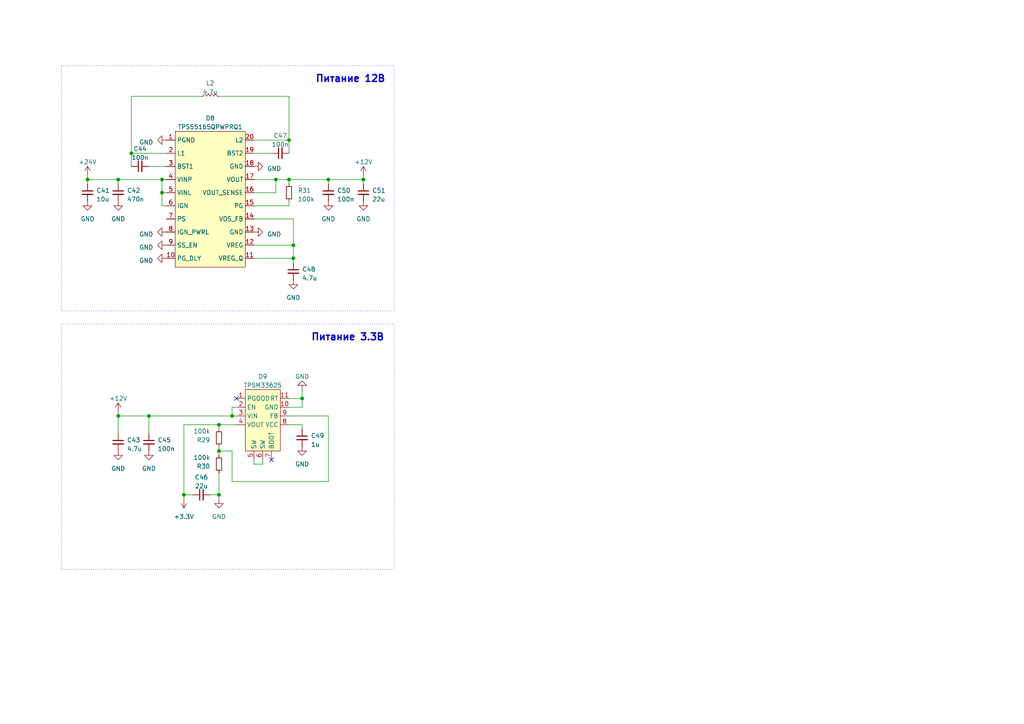
<source format=kicad_sch>
(kicad_sch (version 20230121) (generator eeschema)
  (paper "A4")
  (lib_symbols
    (symbol "Connverter_DCDC_My:TPS55165QPWPRQ1"
      (property "Reference" "D" (at 0 2.54 0))
      (property "Value" "TPS55165QPWPRQ1" (at 0 0 0))
      (symbol "TPS55165QPWPRQ1_1_1"
        (rectangle (start -10.16 -1.27) (end 10.16 -40.64) (fill (type background)))
        (pin input line (at -12.7 -3.81 0) (length 2.54) (name "PGND") (number "1"))
        (pin input line (at -12.7 -38.1 0) (length 2.54) (name "PG_DLY") (number "10"))
        (pin input line (at 12.7 -38.1 180) (length 2.54) (name "VREG_Q") (number "11"))
        (pin input line (at 12.7 -34.29 180) (length 2.54) (name "VREG") (number "12"))
        (pin input line (at 12.7 -30.48 180) (length 2.54) (name "GND") (number "13"))
        (pin input line (at 12.7 -26.67 180) (length 2.54) (name "VOS_FB") (number "14"))
        (pin input line (at 12.7 -22.86 180) (length 2.54) (name "PG") (number "15"))
        (pin input line (at 12.7 -19.05 180) (length 2.54) (name "VOUT_SENSE") (number "16"))
        (pin input line (at 12.7 -15.24 180) (length 2.54) (name "VOUT") (number "17"))
        (pin input line (at 12.7 -11.43 180) (length 2.54) (name "GND") (number "18"))
        (pin input line (at 12.7 -7.62 180) (length 2.54) (name "BST2") (number "19"))
        (pin input line (at -12.7 -7.62 0) (length 2.54) (name "L1") (number "2"))
        (pin input line (at 12.7 -3.81 180) (length 2.54) (name "L2") (number "20"))
        (pin input line (at -12.7 -11.43 0) (length 2.54) (name "BST1") (number "3"))
        (pin input line (at -12.7 -15.24 0) (length 2.54) (name "VINP") (number "4"))
        (pin input line (at -12.7 -19.05 0) (length 2.54) (name "VINL") (number "5"))
        (pin input line (at -12.7 -22.86 0) (length 2.54) (name "IGN") (number "6"))
        (pin input line (at -12.7 -26.67 0) (length 2.54) (name "PS") (number "7"))
        (pin input line (at -12.7 -30.48 0) (length 2.54) (name "IGN_PWRL") (number "8"))
        (pin input line (at -12.7 -34.29 0) (length 2.54) (name "SS_EN") (number "9"))
      )
    )
    (symbol "Connverter_DCDC_My:TPSM33625"
      (property "Reference" "D" (at 0 5.08 0))
      (property "Value" "TPSM33625" (at 0 2.54 0))
      (symbol "TPSM33625_1_1"
        (rectangle (start -5.08 0) (end 5.08 -17.78) (fill (type background)))
        (pin input line (at -7.62 -2.54 0) (length 2.54) (name "PGOOD") (number "1"))
        (pin input line (at 7.62 -5.08 180) (length 2.54) (name "GND") (number "10"))
        (pin input line (at 7.62 -2.54 180) (length 2.54) (name "RT") (number "11"))
        (pin input line (at -7.62 -5.08 0) (length 2.54) (name "EN") (number "2"))
        (pin input line (at -7.62 -7.62 0) (length 2.54) (name "VIN") (number "3"))
        (pin input line (at -7.62 -10.16 0) (length 2.54) (name "VOUT") (number "4"))
        (pin input line (at -2.54 -20.32 90) (length 2.54) (name "SW") (number "5"))
        (pin input line (at 0 -20.32 90) (length 2.54) (name "SW") (number "6"))
        (pin input line (at 2.54 -20.32 90) (length 2.54) (name "BOOT") (number "7"))
        (pin input line (at 7.62 -10.16 180) (length 2.54) (name "VCC") (number "8"))
        (pin input line (at 7.62 -7.62 180) (length 2.54) (name "FB") (number "9"))
      )
    )
    (symbol "Device:C_Small" (pin_numbers hide) (pin_names (offset 0.254) hide)
      (property "Reference" "C" (at 0.254 1.778 0))
      (property "Value" "C_Small" (at 0.254 -2.032 0))
      (symbol "C_Small_0_1"
        (polyline (pts (xy -1.524 -0.508) (xy 1.524 -0.508)) (stroke (width 0.3302)))
        (polyline (pts (xy -1.524 0.508) (xy 1.524 0.508)) (stroke (width 0.3048)))
      )
      (symbol "C_Small_1_1"
        (pin passive line (at 0 2.54 270) (length 2.032) (name "~") (number "1"))
        (pin passive line (at 0 -2.54 90) (length 2.032) (name "~") (number "2"))
      )
    )
    (symbol "Device:L_Small" (pin_numbers hide) (pin_names (offset 0.254) hide)
      (property "Reference" "L" (at 0.762 1.016 0))
      (property "Value" "L_Small" (at 0.762 -1.016 0))
      (symbol "L_Small_0_1"
        (arc (start 0 -2.032) (mid 0.5058 -1.524) (end 0 -1.016))
        (arc (start 0 -1.016) (mid 0.5058 -0.508) (end 0 0))
        (arc (start 0 0) (mid 0.5058 0.508) (end 0 1.016))
        (arc (start 0 1.016) (mid 0.5058 1.524) (end 0 2.032))
      )
      (symbol "L_Small_1_1"
        (pin passive line (at 0 2.54 270) (length 0.508) (name "~") (number "1"))
        (pin passive line (at 0 -2.54 90) (length 0.508) (name "~") (number "2"))
      )
    )
    (symbol "Device:R_Small" (pin_numbers hide) (pin_names (offset 0.254) hide)
      (property "Reference" "R" (at 0.762 0.508 0))
      (property "Value" "R_Small" (at 0.762 -1.016 0))
      (symbol "R_Small_0_1"
        (rectangle (start -0.762 1.778) (end 0.762 -1.778) (stroke (width 0.2032)))
      )
      (symbol "R_Small_1_1"
        (pin passive line (at 0 2.54 270) (length 0.762) (name "~") (number "1"))
        (pin passive line (at 0 -2.54 90) (length 0.762) (name "~") (number "2"))
      )
    )
    (symbol "power:+12V" (power) (pin_names (offset 0))
      (property "Value" "+12V" (at 0 3.556 0))
      (symbol "+12V_0_1"
        (polyline (pts (xy -0.762 1.27) (xy 0 2.54)))
        (polyline (pts (xy 0 0) (xy 0 2.54)))
        (polyline (pts (xy 0 2.54) (xy 0.762 1.27)))
      )
      (symbol "+12V_1_1"
        (pin power_in line (at 0 0 90) (length 0) hide (name "+12V") (number "1"))
      )
    )
    (symbol "power:+24V" (power) (pin_names (offset 0))
      (property "Value" "+24V" (at 0 3.556 0))
      (symbol "+24V_0_1"
        (polyline (pts (xy -0.762 1.27) (xy 0 2.54)))
        (polyline (pts (xy 0 0) (xy 0 2.54)))
        (polyline (pts (xy 0 2.54) (xy 0.762 1.27)))
      )
      (symbol "+24V_1_1"
        (pin power_in line (at 0 0 90) (length 0) hide (name "+24V") (number "1"))
      )
    )
    (symbol "power:+3.3V" (power) (pin_names (offset 0))
      (property "Value" "+3.3V" (at 0 3.556 0))
      (symbol "+3.3V_0_1"
        (polyline (pts (xy -0.762 1.27) (xy 0 2.54)))
        (polyline (pts (xy 0 0) (xy 0 2.54)))
        (polyline (pts (xy 0 2.54) (xy 0.762 1.27)))
      )
      (symbol "+3.3V_1_1"
        (pin power_in line (at 0 0 90) (length 0) hide (name "+3.3V") (number "1"))
      )
    )
    (symbol "power:GND" (power) (pin_names (offset 0))
      (property "Value" "GND" (at 0 -3.81 0))
      (symbol "GND_0_1"
        (polyline (pts (xy 0 0) (xy 0 -1.27) (xy 1.27 -1.27) (xy 0 -2.54) (xy -1.27 -1.27) (xy 0 -1.27)))
      )
      (symbol "GND_1_1"
        (pin power_in line (at 0 0 270) (length 0) hide (name "GND") (number "1"))
      )
    )
  )
  (junction (at 43.18 120.65))
  (junction (at 38.1 44.45))
  (junction (at 63.5 123.19))
  (junction (at 85.09 74.93))
  (junction (at 46.99 55.88))
  (junction (at 63.5 143.51))
  (junction (at 80.01 52.07))
  (junction (at 83.82 52.07))
  (junction (at 34.29 52.07))
  (junction (at 67.31 120.65))
  (junction (at 83.82 40.64))
  (junction (at 87.63 115.57))
  (junction (at 85.09 71.12))
  (junction (at 95.25 52.07))
  (junction (at 63.5 130.81))
  (junction (at 34.29 120.65))
  (junction (at 105.41 52.07))
  (junction (at 53.34 143.51))
  (junction (at 46.99 52.07))
  (junction (at 25.4 52.07))
  (no_connect (at 78.74 133.35))
  (no_connect (at 68.58 115.57))
  (wire (pts (xy 63.5 143.51) (xy 63.5 144.78)))
  (wire (pts (xy 43.18 125.73) (xy 43.18 120.65)))
  (wire (pts (xy 73.66 63.5) (xy 85.09 63.5)))
  (wire (pts (xy 43.18 120.65) (xy 67.31 120.65)))
  (wire (pts (xy 73.66 55.88) (xy 80.01 55.88)))
  (wire (pts (xy 87.63 115.57) (xy 87.63 113.03)))
  (wire (pts (xy 83.82 118.11) (xy 87.63 118.11)))
  (wire (pts (xy 67.31 118.11) (xy 67.31 120.65)))
  (wire (pts (xy 46.99 59.69) (xy 48.26 59.69)))
  (wire (pts (xy 73.66 134.62) (xy 76.2 134.62)))
  (wire (pts (xy 76.2 133.35) (xy 76.2 134.62)))
  (wire (pts (xy 38.1 44.45) (xy 38.1 48.26)))
  (wire (pts (xy 67.31 118.11) (xy 68.58 118.11)))
  (wire (pts (xy 63.5 137.16) (xy 63.5 143.51)))
  (wire (pts (xy 105.41 50.8) (xy 105.41 52.07)))
  (wire (pts (xy 25.4 50.8) (xy 25.4 52.07)))
  (wire (pts (xy 46.99 55.88) (xy 46.99 59.69)))
  (wire (pts (xy 105.41 52.07) (xy 95.25 52.07)))
  (wire (pts (xy 53.34 123.19) (xy 63.5 123.19)))
  (wire (pts (xy 85.09 71.12) (xy 85.09 74.93)))
  (wire (pts (xy 73.66 40.64) (xy 83.82 40.64)))
  (wire (pts (xy 83.82 120.65) (xy 95.25 120.65)))
  (wire (pts (xy 83.82 123.19) (xy 87.63 123.19)))
  (wire (pts (xy 53.34 143.51) (xy 53.34 123.19)))
  (wire (pts (xy 34.29 125.73) (xy 34.29 120.65)))
  (wire (pts (xy 73.66 52.07) (xy 80.01 52.07)))
  (wire (pts (xy 73.66 133.35) (xy 73.66 134.62)))
  (wire (pts (xy 53.34 144.78) (xy 53.34 143.51)))
  (wire (pts (xy 63.5 123.19) (xy 63.5 124.46)))
  (wire (pts (xy 68.58 123.19) (xy 63.5 123.19)))
  (wire (pts (xy 85.09 74.93) (xy 85.09 76.2)))
  (wire (pts (xy 73.66 44.45) (xy 78.74 44.45)))
  (wire (pts (xy 60.96 143.51) (xy 63.5 143.51)))
  (wire (pts (xy 34.29 120.65) (xy 43.18 120.65)))
  (wire (pts (xy 34.29 52.07) (xy 46.99 52.07)))
  (wire (pts (xy 63.5 129.54) (xy 63.5 130.81)))
  (wire (pts (xy 53.34 143.51) (xy 55.88 143.51)))
  (wire (pts (xy 80.01 52.07) (xy 83.82 52.07)))
  (wire (pts (xy 73.66 71.12) (xy 85.09 71.12)))
  (wire (pts (xy 34.29 119.38) (xy 34.29 120.65)))
  (wire (pts (xy 46.99 55.88) (xy 48.26 55.88)))
  (wire (pts (xy 67.31 130.81) (xy 63.5 130.81)))
  (wire (pts (xy 85.09 63.5) (xy 85.09 71.12)))
  (wire (pts (xy 83.82 52.07) (xy 83.82 53.34)))
  (wire (pts (xy 48.26 52.07) (xy 46.99 52.07)))
  (wire (pts (xy 67.31 139.7) (xy 67.31 130.81)))
  (wire (pts (xy 67.31 120.65) (xy 68.58 120.65)))
  (wire (pts (xy 48.26 44.45) (xy 38.1 44.45)))
  (wire (pts (xy 95.25 53.34) (xy 95.25 52.07)))
  (wire (pts (xy 87.63 123.19) (xy 87.63 124.46)))
  (wire (pts (xy 43.18 48.26) (xy 48.26 48.26)))
  (wire (pts (xy 95.25 139.7) (xy 67.31 139.7)))
  (wire (pts (xy 25.4 52.07) (xy 34.29 52.07)))
  (wire (pts (xy 46.99 52.07) (xy 46.99 55.88)))
  (wire (pts (xy 34.29 53.34) (xy 34.29 52.07)))
  (wire (pts (xy 95.25 120.65) (xy 95.25 139.7)))
  (wire (pts (xy 63.5 130.81) (xy 63.5 132.08)))
  (wire (pts (xy 87.63 118.11) (xy 87.63 115.57)))
  (wire (pts (xy 95.25 52.07) (xy 83.82 52.07)))
  (wire (pts (xy 83.82 115.57) (xy 87.63 115.57)))
  (wire (pts (xy 63.5 27.94) (xy 83.82 27.94)))
  (wire (pts (xy 25.4 53.34) (xy 25.4 52.07)))
  (wire (pts (xy 105.41 53.34) (xy 105.41 52.07)))
  (wire (pts (xy 83.82 27.94) (xy 83.82 40.64)))
  (wire (pts (xy 38.1 27.94) (xy 38.1 44.45)))
  (wire (pts (xy 83.82 59.69) (xy 83.82 58.42)))
  (wire (pts (xy 83.82 40.64) (xy 83.82 44.45)))
  (wire (pts (xy 58.42 27.94) (xy 38.1 27.94)))
  (wire (pts (xy 73.66 59.69) (xy 83.82 59.69)))
  (wire (pts (xy 80.01 55.88) (xy 80.01 52.07)))
  (wire (pts (xy 73.66 74.93) (xy 85.09 74.93)))
  (rectangle (start 17.78 19.05) (end 114.3 90.17) (stroke (width 0) (type dot)))
  (rectangle (start 17.78 93.98) (end 114.3 165.1) (stroke (width 0) (type dot)))
  (text "Питание 3.3В" (at 90.17 99.06 0) (effects (font (size 2 2) (thickness 0.4) bold) (justify left bottom)))
  (text "Питание 12В" (at 91.44 24.13 0) (effects (font (size 2 2) (thickness 0.4) bold) (justify left bottom)))
  (symbol (lib_id "power:+24V") (at 25.4 50.8 0) (unit 1)
    (property "Reference" "#PWR079" (effects hide))
    (property "Value" "+24V" (at 25.4 46.99 0))
  )
  (symbol (lib_id "power:GND") (at 48.26 67.31 270) (unit 1)
    (property "Reference" "#PWR086" (effects hide))
    (property "Value" "GND" (at 44.45 67.945 90) (effects (justify right)))
  )
  (symbol (lib_id "power:GND") (at 25.4 58.42 0) (unit 1)
    (property "Reference" "#PWR080" (effects hide))
    (property "Value" "GND" (at 25.4 63.5 0))
  )
  (symbol (lib_id "power:+3.3V") (at 53.34 144.78 180) (unit 1)
    (property "Reference" "#PWR089" (effects hide))
    (property "Value" "+3.3V" (at 53.34 149.86 0))
  )
  (symbol (lib_id "power:GND") (at 34.29 130.81 0) (unit 1)
    (property "Reference" "#PWR083" (effects hide))
    (property "Value" "GND" (at 34.29 135.89 0))
  )
  (symbol (lib_id "power:GND") (at 87.63 113.03 180) (unit 1)
    (property "Reference" "#PWR094" (effects hide))
    (property "Value" "GND" (at 87.63 109.22 0))
  )
  (symbol (lib_id "power:GND") (at 73.66 67.31 90) (unit 1)
    (property "Reference" "#PWR092" (effects hide))
    (property "Value" "GND" (at 77.47 67.945 90) (effects (justify right)))
  )
  (symbol (lib_id "Device:R_Small") (at 63.5 134.62 180) (unit 1)
    (property "Reference" "R30" (at 60.96 135.255 0) (effects (justify left)))
    (property "Value" "100k" (at 60.96 132.715 0) (effects (justify left)))
    (property "Footprint" "Resistor_SMD:R_0603_1608Metric_Pad0.98x0.95mm_HandSolder" (effects hide))
  )
  (symbol (lib_id "Device:C_Small") (at 25.4 55.88 0) (unit 1)
    (property "Reference" "C41" (at 27.94 55.2513 0) (effects (justify left)))
    (property "Value" "10u" (at 27.94 57.7913 0) (effects (justify left)))
    (property "Footprint" "Capacitor_SMD:C_1210_3225Metric_Pad1.33x2.70mm_HandSolder" (effects hide))
  )
  (symbol (lib_id "Device:R_Small") (at 63.5 127 180) (unit 1)
    (property "Reference" "R29" (at 60.96 127.635 0) (effects (justify left)))
    (property "Value" "100k" (at 60.96 125.095 0) (effects (justify left)))
    (property "Footprint" "Resistor_SMD:R_0603_1608Metric_Pad0.98x0.95mm_HandSolder" (effects hide))
  )
  (symbol (lib_id "Device:C_Small") (at 34.29 128.27 0) (unit 1)
    (property "Reference" "C43" (at 36.83 127.6413 0) (effects (justify left)))
    (property "Value" "4.7u" (at 36.83 130.1813 0) (effects (justify left)))
    (property "Footprint" "Capacitor_SMD:C_0805_2012Metric_Pad1.18x1.45mm_HandSolder" (effects hide))
  )
  (symbol (lib_id "power:GND") (at 105.41 58.42 0) (unit 1)
    (property "Reference" "#PWR098" (effects hide))
    (property "Value" "GND" (at 105.41 63.5 0))
  )
  (symbol (lib_id "Device:C_Small") (at 85.09 78.74 0) (unit 1)
    (property "Reference" "C48" (at 87.63 78.1113 0) (effects (justify left)))
    (property "Value" "4.7u" (at 87.63 80.6513 0) (effects (justify left)))
    (property "Footprint" "Capacitor_SMD:C_0805_2012Metric_Pad1.18x1.45mm_HandSolder" (effects hide))
  )
  (symbol (lib_id "power:GND") (at 95.25 58.42 0) (unit 1)
    (property "Reference" "#PWR096" (effects hide))
    (property "Value" "GND" (at 95.25 63.5 0))
  )
  (symbol (lib_id "Device:C_Small") (at 40.64 48.26 90) (unit 1)
    (property "Reference" "C44" (at 40.6463 43.18 90))
    (property "Value" "100n" (at 40.6463 45.72 90))
    (property "Footprint" "Capacitor_SMD:C_0603_1608Metric_Pad1.08x0.95mm_HandSolder" (effects hide))
  )
  (symbol (lib_id "Connverter_DCDC_My:TPS55165QPWPRQ1") (at 60.96 36.83 0) (unit 1)
    (property "Reference" "D8" (at 60.96 34.29 0))
    (property "Value" "TPS55165QPWPRQ1" (at 60.96 36.83 0))
    (property "Footprint" "Package_SO:HTSSOP-20-1EP_4.4x6.5mm_P0.65mm_EP3.4x6.5mm" (effects hide))
  )
  (symbol (lib_id "power:GND") (at 34.29 58.42 0) (unit 1)
    (property "Reference" "#PWR081" (effects hide))
    (property "Value" "GND" (at 34.29 63.5 0))
  )
  (symbol (lib_id "Device:C_Small") (at 105.41 55.88 0) (unit 1)
    (property "Reference" "C51" (at 107.95 55.2513 0) (effects (justify left)))
    (property "Value" "22u" (at 107.95 57.7913 0) (effects (justify left)))
    (property "Footprint" "Capacitor_SMD:C_1210_3225Metric_Pad1.33x2.70mm_HandSolder" (effects hide))
  )
  (symbol (lib_id "Device:C_Small") (at 87.63 127 0) (unit 1)
    (property "Reference" "C49" (at 90.17 126.3713 0) (effects (justify left)))
    (property "Value" "1u" (at 90.17 128.9113 0) (effects (justify left)))
    (property "Footprint" "Capacitor_SMD:C_0603_1608Metric_Pad1.08x0.95mm_HandSolder" (effects hide))
  )
  (symbol (lib_id "Device:C_Small") (at 58.42 143.51 90) (unit 1)
    (property "Reference" "C46" (at 58.4263 138.43 90))
    (property "Value" "22u" (at 58.4263 140.97 90))
    (property "Footprint" "Capacitor_SMD:C_0805_2012Metric_Pad1.18x1.45mm_HandSolder" (effects hide))
  )
  (symbol (lib_id "power:+12V") (at 34.29 119.38 0) (unit 1)
    (property "Reference" "#PWR082" (effects hide))
    (property "Value" "+12V" (at 34.29 115.57 0))
  )
  (symbol (lib_id "Device:R_Small") (at 83.82 55.88 0) (unit 1)
    (property "Reference" "R31" (at 86.36 55.245 0) (effects (justify left)))
    (property "Value" "100k" (at 86.36 57.785 0) (effects (justify left)))
    (property "Footprint" "Resistor_SMD:R_0603_1608Metric_Pad0.98x0.95mm_HandSolder" (effects hide))
  )
  (symbol (lib_id "power:GND") (at 85.09 81.28 0) (unit 1)
    (property "Reference" "#PWR093" (effects hide))
    (property "Value" "GND" (at 85.09 86.36 0))
  )
  (symbol (lib_id "power:+12V") (at 105.41 50.8 0) (unit 1)
    (property "Reference" "#PWR097" (effects hide))
    (property "Value" "+12V" (at 105.41 46.99 0))
  )
  (symbol (lib_id "Connverter_DCDC_My:TPSM33625") (at 76.2 113.03 0) (unit 1)
    (property "Reference" "D9" (at 76.2 109.22 0))
    (property "Value" "TPSM33625" (at 76.2 111.76 0))
    (property "Footprint" "Convertor_DCDC_My:QFN-FCMOD" (effects hide))
    (property "Datasheet" "https://www.ti.com/lit/ds/symlink/tpsm33615.pdf?ts=1700314858612" (effects hide))
  )
  (symbol (lib_id "power:GND") (at 48.26 71.12 270) (unit 1)
    (property "Reference" "#PWR087" (effects hide))
    (property "Value" "GND" (at 44.45 71.755 90) (effects (justify right)))
  )
  (symbol (lib_id "power:GND") (at 48.26 40.64 270) (unit 1)
    (property "Reference" "#PWR085" (effects hide))
    (property "Value" "GND" (at 44.45 41.275 90) (effects (justify right)))
  )
  (symbol (lib_id "power:GND") (at 73.66 48.26 90) (unit 1)
    (property "Reference" "#PWR091" (effects hide))
    (property "Value" "GND" (at 77.47 48.895 90) (effects (justify right)))
  )
  (symbol (lib_id "Device:C_Small") (at 81.28 44.45 90) (unit 1)
    (property "Reference" "C47" (at 81.2863 39.37 90))
    (property "Value" "100n" (at 81.2863 41.91 90))
    (property "Footprint" "Capacitor_SMD:C_0603_1608Metric_Pad1.08x0.95mm_HandSolder" (effects hide))
  )
  (symbol (lib_id "Device:C_Small") (at 43.18 128.27 0) (unit 1)
    (property "Reference" "C45" (at 45.72 127.6413 0) (effects (justify left)))
    (property "Value" "100n" (at 45.72 130.1813 0) (effects (justify left)))
    (property "Footprint" "Capacitor_SMD:C_0603_1608Metric_Pad1.08x0.95mm_HandSolder" (effects hide))
  )
  (symbol (lib_id "power:GND") (at 43.18 130.81 0) (unit 1)
    (property "Reference" "#PWR084" (effects hide))
    (property "Value" "GND" (at 43.18 135.89 0))
  )
  (symbol (lib_id "Device:L_Small") (at 60.96 27.94 90) (unit 1)
    (property "Reference" "L2" (at 60.96 24.13 90))
    (property "Value" "4.7u" (at 60.96 26.67 90))
    (property "Footprint" "Inductor_my:LQH66SN100M03L" (effects hide))
  )
  (symbol (lib_id "Device:C_Small") (at 95.25 55.88 0) (unit 1)
    (property "Reference" "C50" (at 97.79 55.2513 0) (effects (justify left)))
    (property "Value" "100n" (at 97.79 57.7913 0) (effects (justify left)))
    (property "Footprint" "Capacitor_SMD:C_0603_1608Metric_Pad1.08x0.95mm_HandSolder" (effects hide))
  )
  (symbol (lib_id "Device:C_Small") (at 34.29 55.88 0) (unit 1)
    (property "Reference" "C42" (at 36.83 55.2513 0) (effects (justify left)))
    (property "Value" "470n" (at 36.83 57.7913 0) (effects (justify left)))
    (property "Footprint" "Capacitor_SMD:C_0805_2012Metric_Pad1.18x1.45mm_HandSolder" (effects hide))
  )
  (symbol (lib_id "power:GND") (at 48.26 74.93 270) (unit 1)
    (property "Reference" "#PWR088" (effects hide))
    (property "Value" "GND" (at 44.45 75.565 90) (effects (justify right)))
  )
  (symbol (lib_id "power:GND") (at 87.63 129.54 0) (unit 1)
    (property "Reference" "#PWR095" (effects hide))
    (property "Value" "GND" (at 87.63 134.62 0))
  )
  (symbol (lib_id "power:GND") (at 63.5 144.78 0) (unit 1)
    (property "Reference" "#PWR090" (effects hide))
    (property "Value" "GND" (at 63.5 149.86 0))
  )
)
</source>
